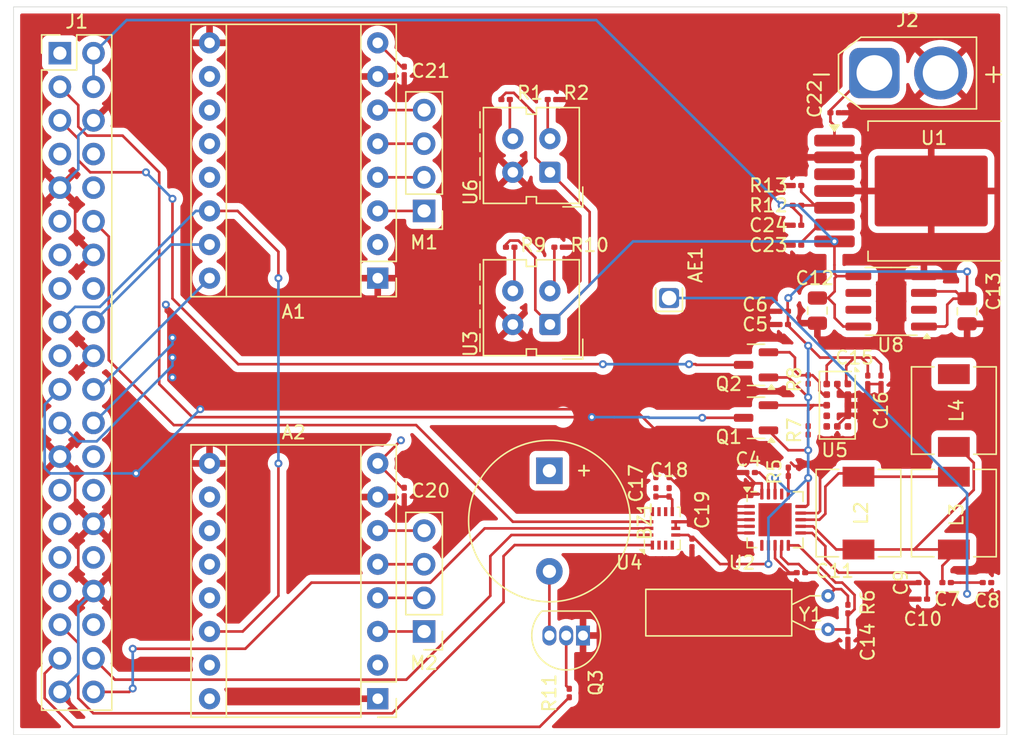
<source format=kicad_pcb>
(kicad_pcb (version 20241229) (generator "pcbnew") (generator_version "9.0")
  (layers (0 "F.Cu" signal) (4 "In1.Cu" signal) (6 "In2.Cu" signal) (2 "B.Cu" signal) (13 "F.Paste" user) (15 "B.Paste" user) (5 "F.SilkS" user "F.Silkscreen") (7 "B.SilkS" user "B.Silkscreen") (1 "F.Mask" user) (3 "B.Mask" user) (25 "Edge.Cuts" user))
  (net 0 "")
  (net 1 "Net-(A1-B1)")
  (net 2 "Net-(A1-A1)")
  (net 3 "Net-(A1-A2)")
  (net 6 "DIR2")
  (net 7 "GND")
  (net 8 "STEP2")
  (net 10 "Net-(A1-B2)")
  (net 11 "VDD 12V")
  (net 14 "Net-(BZ1--)")
  (net 15 "STEP1")
  (net 16 "Net-(A2-B2)")
  (net 19 "Net-(A2-A1)")
  (net 23 "DIR1")
  (net 24 "Net-(A2-A2)")
  (net 25 "Net-(A2-B1)")
  (net 26 "Net-(AE1-A)")
  (net 27 "Net-(U1-SS{slash}TRK)")
  (net 28 "Net-(U2-DVDD)")
  (net 29 "VDD 3.3V")
  (net 30 "Net-(C7-Pad1)")
  (net 31 "Net-(U2-VDD_PA)")
  (net 32 "Net-(U2-XC2)")
  (net 33 "Net-(U2-XC1)")
  (net 35 "Net-(J1-GPIO20{slash}SPI1_MOSI{slash}PCM_DIN{slash}PWM1)")
  (net 36 "Net-(J1-GPIO19{slash}SPI1_MISO{slash}PCM_FS)")
  (net 38 "MOSI")
  (net 39 "Net-(J1-SDA_I2C1{slash}GPIO02)")
  (net 40 "Net-(J1-GPIO18{slash}SPI1_~{CE0}{slash}PCM_CLK{slash}PWM0)")
  (net 41 "Net-(J1-GPIO21{slash}SPI1_SCLK{slash}PCM_DOUT)")
  (net 43 "Net-(J1-SCL_I2C1{slash}GPIO03)")
  (net 44 "BZ")
  (net 46 "MISO")
  (net 47 "Net-(Q3-B)")
  (net 49 "Net-(U1-FB)")
  (net 51 "SCK")
  (net 57 "VDD 5V")
  (net 58 "CNY1")
  (net 59 "CNY2")
  (net 60 "Net-(U2-ANT2)")
  (net 61 "Net-(U2-ANT1)")
  (net 62 "Net-(U6-K)")
  (net 63 "Net-(Q1-S)")
  (net 64 "Net-(Q2-S)")
  (net 65 "Net-(U2-IREF)")
  (net 66 "Net-(U3-K)")
  (net 67 "CSN")
  (net 69 "CE")
  (footprint "Inductor_SMD:L_6.3x6.3_H3" (layer "F.Cu") (at 128.7985 88.25 90)
    (property "Reference" "L2")
    (property "Value" "8.2nH")
  )
  (footprint "Capacitor_SMD:C_0201_0603Metric" (layer "F.Cu") (at 123.155 73 180)
    (property "Reference" "C6")
    (property "Value" "10nF")
  )
  (footprint "Capacitor_SMD:C_0201_0603Metric" (layer "F.Cu") (at 124.155 66.5 180)
    (property "Reference" "C24")
    (property "Value" "220uF" (hide yes))
  )
  (footprint "Package_TO_SOT_THT:TO-92_Inline" (layer "F.Cu") (at 108 97.5 180)
    (property "Reference" "Q3")
    (property "Value" "PN2222A")
  )
  (footprint "Sensor_Distance:ST_VL53L1x" (layer "F.Cu") (at 127.2 80.1 -90)
    (property "Reference" "U5")
    (property "Value" "VL53L1CXV0FY1")
  )
  (footprint "Package_LGA:Bosch_LGA-14_3x2.5mm_P0.5mm" (layer "F.Cu") (at 113.9875 89.405 90)
    (property "Reference" "U4")
    (property "Value" "IIM-42652")
  )
  (footprint "Capacitor_SMD:C_0201_0603Metric" (layer "F.Cu") (at 130.5 78.18 -90)
    (property "Reference" "C16")
    (property "Value" "4.7uF")
  )
  (footprint "Capacitor_SMD:C_0201_0603Metric" (layer "F.Cu") (at 123.1565 74 180)
    (property "Reference" "C5")
    (property "Value" "1nF")
  )
  (footprint "Resistor_SMD:R_0201_0603Metric" (layer "F.Cu") (at 124.155 63.5)
    (property "Reference" "R13")
    (property "Value" "1.07k" (hide yes))
  )
  (footprint "OptoDevice:Vishay_CNY70" (layer "F.Cu") (at 105.5 74 180)
    (property "Reference" "U3")
    (property "Value" "CNY70")
  )
  (footprint "Package_TO_SOT_SMD:SOT-23" (layer "F.Cu") (at 121.0625 77.05 180)
    (property "Reference" "Q2")
    (property "Value" "BSS123")
  )
  (footprint "Resistor_SMD:R_0201_0603Metric" (layer "F.Cu") (at 125 78.155 90)
    (property "Reference" "R8")
    (property "Value" "10k")
  )
  (footprint "Capacitor_SMD:C_0201_0603Metric" (layer "F.Cu") (at 133.655 94.75 180)
    (property "Reference" "C10")
    (property "Value" "4.7pF")
  )
  (footprint "Capacitor_SMD:C_0201_0603Metric" (layer "F.Cu") (at 120.655 85.1875 180)
    (property "Reference" "C4")
    (property "Value" "33nF")
  )
  (footprint "Capacitor_SMD:C_0805_2012Metric" (layer "F.Cu") (at 125.695 72.95 90)
    (property "Reference" "C12")
    (property "Value" "2.2u")
  )
  (footprint "Module:Pololu_Breakout-16_15.2x20.3mm" (layer "F.Cu") (at 92.5 102.275 180)
    (property "Reference" "A2")
    (property "Value" "Pololu_Breakout_DRV8825")
  )
  (footprint "OptoDevice:Vishay_CNY70" (layer "F.Cu") (at 105.5 62.5 180)
    (property "Reference" "U6")
    (property "Value" "CNY70")
  )
  (footprint "Connector_AMASS:AMASS_XT30U-F_1x02_P5.0mm_Vertical" (layer "F.Cu") (at 130 55)
    (property "Reference" "J2")
    (property "Value" "Conn_01x02_Pin")
  )
  (footprint "Capacitor_SMD:C_0201_0603Metric" (layer "F.Cu") (at 124.155 68 180)
    (property "Reference" "C23")
    (property "Value" "470nF" (hide yes))
  )
  (footprint "Capacitor_SMD:C_0201_0603Metric" (layer "F.Cu") (at 116.225 90.5 -90)
    (property "Reference" "C19")
    (property "Value" "10nF")
  )
  (footprint "Package_TO_SOT_SMD:Texas_NDW-7_TabPin4" (layer "F.Cu") (at 134.645 63.9125)
    (property "Reference" "U1")
    (property "Value" "LMZ22005TZ" (hide yes))
  )
  (footprint "Capacitor_SMD:C_0201_0603Metric" (layer "F.Cu") (at 127 58)
    (property "Reference" "C22")
    (property "Value" "22uF" (hide yes))
  )
  (footprint "Resistor_SMD:R_0201_0603Metric" (layer "F.Cu") (at 106.96 101.845 90)
    (property "Reference" "R11")
    (property "Value" "200")
  )
  (footprint "Capacitor_SMD:C_0805_2012Metric" (layer "F.Cu") (at 137 73 90)
    (property "Reference" "C13")
    (property "Value" "2.2u")
  )
  (footprint "Resistor_SMD:R_0201_0603Metric" (layer "F.Cu") (at 102.5 68.159999)
    (property "Reference" "R9")
    (property "Value" "10k")
  )
  (footprint "Resistor_SMD:R_0201_0603Metric" (layer "F.Cu") (at 125 82 90)
    (property "Reference" "R7")
    (property "Value" "10k")
  )
  (footprint "Resistor_SMD:R_0201_0603Metric" (layer "F.Cu") (at 123.5 85.1305 90)
    (property "Reference" "R5")
    (property "Value" "22k")
  )
  (footprint "Capacitor_SMD:C_0201_0603Metric" (layer "F.Cu") (at 133.655 93.5 180)
    (property "Reference" "C9")
    (property "Value" "2.2nF")
  )
  (footprint "Module:Pololu_Breakout-16_15.2x20.3mm" (layer "F.Cu") (at 92.5 70.5 180)
    (property "Reference" "A1")
    (property "Value" "Pololu_Breakout_DRV8825")
  )
  (footprint "Package_SO:SOIC-8-1EP_3.9x4.9mm_P1.27mm_EP2.29x3mm" (layer "F.Cu") (at 131.265 72.25 180)
    (property "Reference" "U8")
    (property "Value" "ADP7142ARDZ-3.3")
  )
  (footprint "Capacitor_SMD:C_0201_0603Metric" (layer "F.Cu") (at 129.5 78.18 -90)
    (property "Reference" "C15")
    (property "Value" "100nF")
  )
  (footprint "Connector_PinHeader_2.54mm:PinHeader_1x04_P2.54mm_Vertical" (layer "F.Cu") (at 96 65.42 180)
    (property "Reference" "M1")
    (property "Value" "Stepper_Motor_bipolar")
  )
  (footprint "Capacitor_SMD:C_0201_0603Metric" (layer "F.Cu") (at 135.4535 93.5)
    (property "Reference" "C7")
    (property "Value" "1.5pF")
  )
  (footprint "Buzzer_Beeper:Buzzer_12x9.5RM7.6" (layer "F.Cu") (at 105.46 85.05 -90)
    (property "Reference" "BZ1")
    (property "Value" "Buzzer")
  )
  (footprint "Resistor_SMD:R_0201_0603Metric" (layer "F.Cu") (at 124.155 65 180)
    (property "Reference" "R12")
    (property "Value" "5.62k" (hide yes))
  )
  (footprint "Capacitor_SMD:C_0201_0603Metric" (layer "F.Cu") (at 113.5 86.68 -90)
    (property "Reference" "C17")
    (property "Value" "100nF")
  )
  (footprint "Capacitor_SMD:C_0201_0603Metric" (layer "F.Cu") (at 114.5 86.68 -90)
    (property "Reference" "C18")
    (property "Value" "2.2uF")
  )
  (footprint "Resistor_SMD:R_0201_0603Metric" (layer "F.Cu") (at 106.155 68.159999)
    (property "Reference" "R10")
    (property "Value" "200")
  )
  (footprint "Resistor_SMD:R_0201_0603Metric" (layer "F.Cu") (at 102.155 57)
    (property "Reference" "R1")
    (property "Value" "10k")
  )
  (footprint "Resistor_SMD:R_0201_0603Metric" (layer "F.Cu") (at 128 95.5 -90)
    (property "Reference" "R6")
    (property "Value" "1M")
  )
  (footprint "Package_TO_SOT_SMD:SOT-23" (layer "F.Cu") (at 121.0625 81.05 180)
    (property "Reference" "Q1")
    (property "Value" "BSS123")
  )
  (footprint "Capacitor_SMD:C_0201_0603Metric" (layer "F.Cu") (at 94.5 54.84 -90)
    (property "Reference" "C21")
    (property "Value" "100uF")
  )
  (footprint "Resistor_SMD:R_0201_0603Metric" (layer "F.Cu") (at 105.655 57)
    (property "Reference" "R2")
    (property "Value" "200")
  )
  (footprint "Package_DFN_QFN:QFN-20-1EP_4x4mm_P0.5mm_EP2.5x2.5mm" (layer "F.Cu") (at 122.5 88.75)
    (property "Reference" "U2")
    (property "Value" "nRF24L01P" (hide yes))
  )
  (footprint "Inductor_SMD:L_6.3x6.3_H3" (layer "F.Cu") (at 136 88.25 -90)
    (property "Reference" "L3")
    (property "Value" "3.9nH")
  )
  (footprint "Capacitor_SMD:C_0201_0603Metric" (layer "F.Cu") (at 128 97.5 -90)
    (property "Reference" "C14")
    (property "Value" "22pF")
  )
  (footprint "RF_Antenna:NiceRF_SW868-TH13_868Mhz" (layer "F.Cu") (at 114.5 72 90)
    (property "Reference" "AE1")
    (property "Value" "Antenna")
  )
  (footprint "Capacitor_SMD:C_0201_0603Metric" (layer "F.Cu") (at 94.5 86.655 -90)
    (property "Reference" "C20")
    (property "Value" "100uF")
  )
  (footprint "Capacitor_SMD:C_0201_0603Metric" (layer "F.Cu") (at 124.4535 92.75 180)
    (property "Reference" "C11")
    (property "Value" "22pF")
  )
  (footprint "Inductor_SMD:L_6.3x6.3_H3" (layer "F.Cu") (at 136 80.5 90)
    (property "Reference" "L4")
    (property "Value" "2.7nH")
  )
  (footprint "Capacitor_SMD:C_0201_0603Metric" (layer "F.Cu") (at 138.5 93.5)
    (property "Reference" "C8")
    (property "Value" "1pF")
  )
  (footprint "Crystal:Crystal_AT310_D3.0mm_L10.0mm_Horizontal" (layer "F.Cu") (at 126.5 94.5 -90)
    (property "Reference" "Y1")
    (property "Value" "16MHz")
  )
  (footprint "Connector_PinHeader_2.54mm:PinHeader_1x04_P2.54mm_Vertical" (layer "F.Cu") (at 96 97.195 180)
    (property "Reference" "M2")
    (property "Value" "Stepper_Motor_bipolar")
  )
  (footprint "Connector_PinHeader_2.54mm:PinHeader_2x20_P2.54mm_Vertical" (layer "F.Cu") (at 68.5 53.5)
    (property "Reference" "J1")
    (property "Value" "Raspberry_Pi_4")
  )
  (gr_rect (start 65 50) (end 140 105) (stroke (width 0.05)) (fill no) (layer "Edge.Cuts"))
  (segment (start 96 60.34) (end 92.5 60.34) (width 0.2) (layer "F.Cu") (net 1))
  (segment (start 96 62.88) (end 92.5 62.88) (width 0.2) (layer "F.Cu") (net 2))
  (segment (start 96 65.42) (end 92.5 65.42) (width 0.2) (layer "F.Cu") (net 3))
  (segment (start 71.4 78.9) (end 71.04 78.9) (width 0.2) (layer "B.Cu") (net 6))
  (segment (start 79.8 70.5) (end 76.9 73.4) (width 0.2) (layer "B.Cu") (net 6))
  (segment (start 76.9 73.4) (end 71.4 78.9) (width 0.2) (layer "B.Cu") (net 6))
  (segment (start 121.5 86.8125) (end 121.5 86) (width 0.2) (layer "F.Cu") (net 7))
  (segment (start 69.889 92.989) (end 69.889 90.211) (width 0.2) (layer "F.Cu") (net 7))
  (segment (start 123.5824 92.75) (end 124.1335 92.75) (width 0.2) (layer "F.Cu") (net 7))
  (segment (start 129.5 78.5) (end 129.5 79) (width 0.2) (layer "F.Cu") (net 7))
  (segment (start 122.5 91.6676) (end 123.5824 92.75) (width 0.2) (layer "F.Cu") (net 7))
  (segment (start 71.04 89.06) (end 69.651 87.671) (width 0.2) (layer "F.Cu") (net 7))
  (segment (start 127.2 81.644082) (end 127.944082 80.9) (width 0.2) (layer "F.Cu") (net 7))
  (segment (start 128.9 80.1) (end 128 80.1) (width 0.2) (layer "F.Cu") (net 7))
  (segment (start 127.944082 80.9) (end 128 80.9) (width 0.2) (layer "F.Cu") (net 7))
  (segment (start 69.651 64.811) (end 68.5 63.66) (width 0.2) (layer "F.Cu") (net 7))
  (segment (start 129.5 79.5) (end 128.9 80.1) (width 0.2) (layer "F.Cu") (net 7))
  (segment (start 127.750001 79.3) (end 127.2 78.749999) (width 0.2) (layer "F.Cu") (net 7))
  (segment (start 69.651 67.351) (end 69.651 64.811) (width 0.2) (layer "F.Cu") (net 7))
  (segment (start 69.651 85.131) (end 68.5 83.98) (width 0.2) (layer "F.Cu") (net 7))
  (segment (start 125.748 88.25) (end 125.8975 88.1005) (width 0.2) (layer "F.Cu") (net 7))
  (segment (start 125.8975 88.1005) (end 125.8975 85.498) (width 0.2) (layer "F.Cu") (net 7))
  (segment (start 127.2 81.7) (end 127.2 81.644082) (width 0.2) (layer "F.Cu") (net 7))
  (segment (start 121.5 86) (end 120.98763 86) (width 0.2) (layer "F.Cu") (net 7))
  (segment (start 127.2 78.749999) (end 127.2 78.5) (width 0.2) (layer "F.Cu") (net 7))
  (segment (start 125.101 84.7015) (end 123.965999 84.7015) (width 0.2) (layer "F.Cu") (net 7))
  (segment (start 128 79.3) (end 129.2 79.3) (width 0.2) (layer "F.Cu") (net 7))
  (segment (start 123.965999 84.7015) (end 123.699999 84.4355) (width 0.2) (layer "F.Cu") (net 7))
  (segment (start 122.5 90.6875) (end 122.5 91.6676) (width 0.2) (layer "F.Cu") (net 7))
  (segment (start 120.98763 86) (end 120.335 85.34737) (width 0.2) (layer "F.Cu") (net 7))
  (segment (start 120.335 85.34737) (end 120.335 85.1875) (width 0.2) (layer "F.Cu") (net 7))
  (segment (start 129.2 79.3) (end 129.5 79) (width 0.2) (layer "F.Cu") (net 7))
  (segment (start 128 79.3) (end 127.750001 79.3) (width 0.2) (layer "F.Cu") (net 7))
  (segment (start 125.8975 85.498) (end 125.101 84.7015) (width 0.2) (layer "F.Cu") (net 7))
  (segment (start 129.5 78.5) (end 130.5 78.5) (width 0.2) (layer "F.Cu") (net 7))
  (segment (start 124.2985 88.25) (end 125.748 88.25) (width 0.2) (layer "F.Cu") (net 7))
  (segment (start 115 88.905) (end 115 89.405) (width 0.2) (layer "F.Cu") (net 7))
  (segment (start 71.04 68.74) (end 69.651 67.351) (width 0.2) (layer "F.Cu") (net 7))
  (segment (start 69.651 87.671) (end 69.651 85.131) (width 0.2) (layer "F.Cu") (net 7))
  (segment (start 69.889 90.211) (end 71.04 89.06) (width 0.2) (layer "F.Cu") (net 7))
  (segment (start 71.04 94.14) (end 69.889 92.989) (width 0.2) (layer "F.Cu") (net 7))
  (segment (start 129.5 79) (end 129.5 79.5) (width 0.2) (layer "F.Cu") (net 7))
  (segment (start 71.04 58.58) (end 69.889 59.731) (width 0.2) (layer "B.Cu") (net 7))
  (segment (start 69.889 62.271) (end 68.5 63.66) (width 0.2) (layer "B.Cu") (net 7))
  (segment (start 69.889 59.731) (end 69.889 62.271) (width 0.2) (layer "B.Cu") (net 7))
  (segment (start 68.5 101.76) (end 69.889 100.371) (width 0.2) (layer "B.Cu") (net 7))
  (segment (start 69.889 95.291) (end 71.04 94.14) (width 0.2) (layer "B.Cu") (net 7))
  (segment (start 69.889 100.371) (end 69.889 95.291) (width 0.2) (layer "B.Cu") (net 7))
  (segment (start 79.8 67.96) (end 76.9 67.96) (width 0.2) (layer "B.Cu") (net 8))
  (segment (start 76.9 67.96) (end 71.04 73.82) (width 0.2) (layer "B.Cu") (net 8))
  (segment (start 96 57.8) (end 92.5 57.8) (width 0.2) (layer "F.Cu") (net 10))
  (segment (start 126.68 58) (end 126.68 58.68) (width 0.2) (layer "F.Cu") (net 11))
  (segment (start 126.68 58.68) (end 126.985 58.985) (width 0.2) (layer "F.Cu") (net 11))
  (segment (start 129.480001 55) (end 130 55) (width 0.2) (layer "F.Cu") (net 11))
  (segment (start 126.68 57.800001) (end 129.480001 55) (width 0.2) (layer "F.Cu") (net 11))
  (segment (start 94.34 86.335) (end 92.5 84.495) (width 0.2) (layer "F.Cu") (net 11))
  (segment (start 126.985 58.985) (end 126.985 60.1025) (width 0.2) (layer "F.Cu") (net 11))
  (segment (start 92.5 52.72) (end 94.3 54.52) (width 0.2) (layer "F.Cu") (net 11))
  (segment (start 126.68 58) (end 126.68 57.800001) (width 0.2) (layer "F.Cu") (net 11))
  (segment (start 94.5 86.335) (end 94.34 86.335) (width 0.2) (layer "F.Cu") (net 11))
  (segment (start 94.3 54.52) (end 94.5 54.52) (width 0.2) (layer "F.Cu") (net 11))
  (segment (start 94.25 82.75) (end 92.505 84.495) (width 0.2) (layer "F.Cu") (net 11))
  (segment (start 92.505 84.495) (end 92.5 84.495) (width 0.2) (layer "F.Cu") (net 11))
  (via (at 94.25 82.75) (size 0.6) (drill 0.3) (layers "F.Cu" "B.Cu") (net 11))
  (segment (start 105.46 92.6) (end 105.46 97.5) (width 0.2) (layer "F.Cu") (net 14))
  (segment (start 92.5 89.575) (end 96 89.575) (width 0.2) (layer "F.Cu") (net 16))
  (segment (start 92.5 94.655) (end 96 94.655) (width 0.2) (layer "F.Cu") (net 19))
  (segment (start 92.5 97.195) (end 96 97.195) (width 0.2) (layer "F.Cu") (net 24))
  (segment (start 92.5 92.115) (end 96 92.115) (width 0.2) (layer "F.Cu") (net 25))
  (segment (start 137 94.3505) (end 137 93.5) (width 0.2) (layer "F.Cu") (net 26))
  (segment (start 138.18 93.5) (end 137 93.5) (width 0.2) (layer "F.Cu") (net 26))
  (segment (start 135.7735 93.5) (end 136.5 93.5) (width 0.2) (layer "F.Cu") (net 26))
  (segment (start 137 93.5) (end 136.5 93.5) (width 0.2) (layer "F.Cu") (net 26))
  (via (at 137 94.3505) (size 0.6) (drill 0.3) (layers "F.Cu" "B.Cu") (net 26))
  (segment (start 122.248443 72) (end 114.5 72) (width 0.2) (layer "B.Cu") (net 26))
  (segment (start 137 94.3505) (end 137 86.751557) (width 0.2) (layer "B.Cu") (net 26))
  (segment (start 137 86.751557) (end 122.248443 72) (width 0.2) (layer "B.Cu") (net 26))
  (segment (start 125.822501 66.4525) (end 126.985 66.4525) (width 0.2) (layer "F.Cu") (net 27))
  (segment (start 124.475 68) (end 124.475 67.800001) (width 0.2) (layer "F.Cu") (net 27))
  (segment (start 126.9375 66.5) (end 126.985 66.4525) (width 0.2) (layer "F.Cu") (net 27))
  (segment (start 124.475 67.800001) (end 125.822501 66.4525) (width 0.2) (layer "F.Cu") (net 27))
  (segment (start 122 86.8125) (end 122 85.8675) (width 0.2) (layer "F.Cu") (net 28))
  (segment (start 121.32 85.1875) (end 120.975 85.1875) (width 0.2) (layer "F.Cu") (net 28))
  (segment (start 122 85.8675) (end 121.32 85.1875) (width 0.2) (layer "F.Cu") (net 28))
  (segment (start 114.7375 87.2375) (end 114.5 87) (width 0.2) (layer "F.Cu") (net 29))
  (segment (start 130.5 77) (end 130.5 77.86) (width 0.2) (layer "F.Cu") (net 29))
  (segment (start 125 79.5) (end 125 78.475) (width 0.2) (layer "F.Cu") (net 29))
  (segment (start 135.95 72.05) (end 135.5 72.5) (width 0.2) (layer "F.Cu") (net 29))
  (segment (start 123.4765 73.025) (end 123.4515 73) (width 0.2) (layer "F.Cu") (net 29))
  (segment (start 133.855 71.5) (end 133.74 71.615) (width 0.2) (layer "F.Cu") (net 29))
  (segment (start 123.4765 74) (end 123.4765 74.078) (width 0.2) (layer "F.Cu") (net 29))
  (segment (start 122.5 85.6005) (end 122.5 86.8125) (width 0.2) (layer "F.Cu") (net 29))
  (segment (start 126.4 77.1) (end 127 76.5) (width 0.2) (layer "F.Cu") (net 29))
  (segment (start 128.5 76.5) (end 129 76.5) (width 0.2) (layer "F.Cu") (net 29))
  (segment (start 130 76.5) (end 130.5 77) (width 0.2) (layer "F.Cu") (net 29))
  (segment (start 137 72.05) (end 137 70) (width 0.2) (layer "F.Cu") (net 29))
  (segment (start 79.8 65.42) (end 81.92 65.42) (width 0.2) (layer "F.Cu") (net 29))
  (segment (start 125 83.5) (end 123.5 83.5) (width 0.2) (layer "F.Cu") (net 29))
  (segment (start 125 79.5) (end 123.5 78) (width 0.2) (layer "F.Cu") (net 29))
  (segment (start 133.74 74.155) (end 133.895 74) (width 0.2) (layer "F.Cu") (net 29))
  (segment (start 85 84.5) (end 85 94.5) (width 0.2) (layer "F.Cu") (net 29))
  (segment (start 123.4515 73) (end 123.4515 72.0485) (width 0.2) (layer "F.Cu") (net 29))
  (segment (start 125 87.6005) (end 125 85.6005) (width 0.2) (layer "F.Cu") (net 29))
  (segment (start 122 92.1005) (end 118.345499 92.1005) (width 0.2) (layer "F.Cu") (net 29))
  (segment (start 129 76.5) (end 130 76.5) (width 0.2) (layer "F.Cu") (net 29))
  (segment (start 136.695 72.05) (end 135.95 72.05) (width 0.2) (layer "F.Cu") (net 29))
  (segment (start 124.2985 87.75) (end 124.8505 87.75) (width 0.2) (layer "F.Cu") (net 29))
  (segment (start 115 89.905) (end 115.95 89.905) (width 0.2) (layer "F.Cu") (net 29))
  (segment (start 135.5 74) (end 135.345 74.155) (width 0.2) (layer "F.Cu") (net 29))
  (segment (start 135.345 74.155) (end 133.74 74.155) (width 0.2) (layer "F.Cu") (net 29))
  (segment (start 123.4515 72.0485) (end 123.5 72) (width 0.2) (layer "F.Cu") (net 29))
  (segment (start 127.875 77.125) (end 128.5 76.5) (width 0.2) (layer "F.Cu") (net 29))
  (segment (start 129.5 77) (end 129 76.5) (width 0.2) (layer "F.Cu") (net 29))
  (segment (start 129.5 77.86) (end 129.5 77) (width 0.2) (layer "F.Cu") (net 29))
  (segment (start 115.95 89.905) (end 116.225 90.18) (width 0.2) (layer "F.Cu") (net 29))
  (segment (start 114.5 87) (end 113.5 87) (width 0.2) (layer "F.Cu") (net 29))
  (segment (start 118.345499 92.1005) (end 116.424999 90.18) (width 0.2) (layer "F.Cu") (net 29))
  (segment (start 114.7375 88.1425) (end 114.7375 87.2375) (width 0.2) (layer "F.Cu") (net 29))
  (segment (start 127 76.5) (end 128.5 76.5) (width 0.2) (layer "F.Cu") (net 29))
  (segment (start 82.305 97.195) (end 79.8 97.195) (width 0.2) (layer "F.Cu") (net 29))
  (segment (start 81.92 65.42) (end 85 68.5) (width 0.2) (layer "F.Cu") (net 29))
  (segment (start 123.4765 74) (end 123.4765 73.025) (width 0.2) (layer "F.Cu") (net 29))
  (segment (start 124.8505 87.75) (end 125 87.6005) (width 0.2) (layer "F.Cu") (net 29))
  (segment (start 127 76.5) (end 125.8985 76.5) (width 0.2) (layer "F.Cu") (net 29))
  (segment (start 135.5 72.5) (end 135.5 74) (width 0.2) (layer "F.Cu") (net 29))
  (segment (start 116.424999 90.18) (end 116.225 90.18) (width 0.2) (layer "F.Cu") (net 29))
  (segment (start 126.4 78.5) (end 126.4 77.1) (width 0.2) (layer "F.Cu") (net 29))
  (segment (start 85 68.5) (end 85 70.5) (width 0.2) (layer "F.Cu") (net 29))
  (segment (start 127.875 78.36) (end 127.875 77.125) (width 0.2) (layer "F.Cu") (net 29))
  (segment (start 85 94.5) (end 82.305 97.195) (width 0.2) (layer "F.Cu") (net 29))
  (segment (start 123.5 83.5) (end 122 82) (width 0.2) (layer "F.Cu") (net 29))
  (segment (start 136.145 71.5) (end 133.855 71.5) (width 0.2) (layer "F.Cu") (net 29))
  (segment (start 125.8985 76.5) (end 125 75.6015) (width 0.2) (layer "F.Cu") (net 29))
  (segment (start 123.4765 74.078) (end 125 75.6015) (width 0.2) (layer "F.Cu") (net 29))
  (segment (start 123.5 78) (end 122 78) (width 0.2) (layer "F.Cu") (net 29))
  (segment (start 136.695 72.05) (end 136.145 71.5) (width 0.2) (layer "F.Cu") (net 29))
  (segment (start 122 90.6875) (end 122 92.1005) (width 0.2) (layer "F.Cu") (net 29))
  (segment (start 125 83.5) (end 125 82.32) (width 0.2) (layer "F.Cu") (net 29))
  (via (at 85 70.5) (size 0.6) (drill 0.3) (layers "F.Cu" "B.Cu") (net 29))
  (via (at 85 84.5) (size 0.6) (drill 0.3) (layers "F.Cu" "B.Cu") (net 29))
  (via (at 123.5 72) (size 0.6) (drill 0.3) (layers "F.Cu" "B.Cu") (net 29))
  (via (at 122 92.1005) (size 0.6) (drill 0.3) (layers "F.Cu" "B.Cu") (net 29))
  (via (at 125 83.5) (size 0.6) (drill 0.3) (layers "F.Cu" "B.Cu") (net 29))
  (via (at 125 85.6005) (size 0.6) (drill 0.3) (layers "F.Cu" "B.Cu") (net 29))
  (via (at 122.5 85.6005) (size 0.6) (drill 0.3) (layers "F.Cu" "B.Cu") (net 29))
  (via (at 125 79.5) (size 0.6) (drill 0.3) (layers "F.Cu" "B.Cu") (net 29))
  (via (at 125 75.6015) (size 0.6) (drill 0.3) (layers "F.Cu" "B.Cu") (net 29))
  (via (at 137 70) (size 0.6) (drill 0.3) (layers "F.Cu" "B.Cu") (net 29))
  (segment (start 123.5 72) (end 125.5 70) (width 0.2) (layer "B.Cu") (net 29))
  (segment (start 85 79) (end 85 70.5) (width 0.2) (layer "B.Cu") (net 29))
  (segment (start 85 79) (end 85 84.5) (width 0.2) (layer "B.Cu") (net 29))
  (segment (start 122.5 85.6005) (end 123.5 86.6005) (width 0.2) (layer "B.Cu") (net 29))
  (segment (start 125.5 70) (end 137 70) (width 0.2) (layer "B.Cu") (net 29))
  (segment (start 124 86.6005) (end 125 85.6005) (width 0.2) (layer "B.Cu") (net 29))
  (segment (start 78.76576 65.42) (end 79.8 65.42) (width 0.2) (layer "B.Cu") (net 29))
  (segment (start 122 88.6005) (end 124 86.6005) (width 0.2) (layer "B.Cu") (net 29))
  (segment (start 122 92.1005) (end 122 88.6005) (width 0.2) (layer "B.Cu") (net 29))
  (segment (start 69.651 72.669) (end 71.51676 72.669) (width 0.2) (layer "B.Cu") (net 29))
  (segment (start 125 75.6015) (end 125 85.6005) (width 0.2) (layer "B.Cu") (net 29))
  (segment (start 71.51676 72.669) (end 78.76576 65.42) (width 0.2) (layer "B.Cu") (net 29))
  (segment (start 68.5 73.82) (end 69.651 72.669) (width 0.2) (layer "B.Cu") (net 29))
  (segment (start 123.5 86.6005) (end 124 86.6005) (width 0.2) (layer "B.Cu") (net 29))
  (segment (start 135.1335 92.2321) (end 136.1995 91.1661) (width 0.2) (layer "F.Cu") (net 30))
  (segment (start 136.1995 91.1661) (end 136.1995 91) (width 0.2) (layer "F.Cu") (net 30))
  (segment (start 135.1335 93.5) (end 135.1335 92.2321) (width 0.2) (layer "F.Cu") (net 30))
  (segment (start 127.2985 92.75) (end 126.2985 91.75) (width 0.2) (layer "F.Cu") (net 31))
  (segment (start 125.2985 89.75) (end 124.2985 89.75) (width 0.2) (layer "F.Cu") (net 31))
  (segment (start 126.2985 91.75) (end 126.2985 90.75) (width 0.2) (layer "F.Cu") (net 31))
  (segment (start 133.975 94.75) (end 133.975 93.5) (width 0.2) (layer "F.Cu") (net 31))
  (segment (start 133.424999 92.75) (end 127.2985 92.75) (width 0.2) (layer "F.Cu") (net 31))
  (segment (start 133.975 93.5) (end 133.975 93.300001) (width 0.2) (layer "F.Cu") (net 31))
  (segment (start 126.2985 90.75) (end 125.2985 89.75) (width 0.2) (layer "F.Cu") (net 31))
  (segment (start 133.975 93.300001) (end 133.424999 92.75) (width 0.2) (layer "F.Cu") (net 31))
  (segment (start 124.7735 92.75) (end 124.7735 92.59013) (width 0.2) (layer "F.Cu") (net 32))
  (segment (start 126.999999 94.000001) (end 126.5 94.5) (width 0.2) (layer "F.Cu") (net 32))
  (segment (start 126.999999 94.000001) (end 125.749998 92.75) (width 0.2) (layer "F.Cu") (net 32))
  (segment (start 125.749998 92.75) (end 124.7735 92.75) (width 0.2) (layer "F.Cu") (net 32))
  (segment (start 127.5 94) (end 126.999999 94.000001) (width 0.2) (layer "F.Cu") (net 32))
  (segment (start 124.7735 92.59013) (end 124.28387 92.1005) (width 0.2) (layer "F.Cu") (net 32))
  (segment (start 128 94.5) (end 127.5 94) (width 0.2) (layer "F.Cu") (net 32))
  (segment (start 123.5 92.1005) (end 122.96 91.5605) (width 0.2) (layer "F.Cu") (net 32))
  (segment (start 124.28387 92.1005) (end 123.5 92.1005) (width 0.2) (layer "F.Cu") (net 32))
  (segment (start 122.96 91.5605) (end 122.96 90.6875) (width 0.2) (layer "F.Cu") (net 32))
  (segment (start 128 95.18) (end 128 94.5) (width 0.2) (layer "F.Cu") (net 32))
  (segment (start 127.5671 93.5) (end 128.501 94.4339) (width 0.2) (layer "F.Cu") (net 33))
  (segment (start 128.199999 95.82) (end 128 95.82) (width 0.2) (layer "F.Cu") (net 33))
  (segment (start 128 97.18) (end 128 95.82) (width 0.2) (layer "F.Cu") (net 33))
  (segment (start 128.501 94.4339) (end 128.501 95.518999) (width 0.2) (layer "F.Cu") (net 33))
  (segment (start 124.254598 90.6875) (end 127.067098 93.5) (width 0.2) (layer "F.Cu") (net 33))
  (segment (start 127.067098 93.5) (end 127.5671 93.5) (width 0.2) (layer "F.Cu") (net 33))
  (segment (start 127.86 97.04) (end 128 97.18) (width 0.2) (layer "F.Cu") (net 33))
  (segment (start 126.5 97.04) (end 127.86 97.04) (width 0.2) (layer "F.Cu") (net 33))
  (segment (start 128.501 95.518999) (end 128.199999 95.82) (width 0.2) (layer "F.Cu") (net 33))
  (segment (start 123.5 90.6875) (end 124.254598 90.6875) (width 0.2) (layer "F.Cu") (net 33))
  (segment (start 112.975 89.905) (end 102.595 89.905) (width 0.2) (layer "F.Cu") (net 35))
  (segment (start 94.661 100.836) (end 72.656 100.836) (width 0.2) (layer "F.Cu") (net 35))
  (segment (start 102.595 89.905) (end 101 91.5) (width 0.2) (layer "F.Cu") (net 35))
  (segment (start 101 94.497) (end 94.661 100.836) (width 0.2) (layer "F.Cu") (net 35))
  (segment (start 72.656 100.836) (end 71.04 99.22) (width 0.2) (layer "F.Cu") (net 35))
  (segment (start 101 91.5) (end 101 94.497) (width 0.2) (layer "F.Cu") (net 35))
  (segment (start 113.2375 90.6675) (end 102.8325 90.6675) (width 0.2) (layer "F.Cu") (net 36))
  (segment (start 102 91.5) (end 102 94.977) (width 0.2) (layer "F.Cu") (net 36))
  (segment (start 69.889 98.069) (end 68.5 96.68) (width 0.2) (layer "F.Cu") (net 36))
  (segment (start 69.889 102.23676) (end 69.889 98.069) (width 0.2) (layer "F.Cu") (net 36))
  (segment (start 93.601 103.376) (end 71.02824 103.376) (width 0.2) (layer "F.Cu") (net 36))
  (segment (start 71.02824 103.376) (end 69.889 102.23676) (width 0.2) (layer "F.Cu") (net 36))
  (segment (start 102 94.977) (end 93.601 103.376) (width 0.2) (layer "F.Cu") (net 36))
  (segment (start 102.8325 90.6675) (end 102 91.5) (width 0.2) (layer "F.Cu") (net 36))
  (segment (start 80 79.998) (end 78.002 78) (width 0.2) (layer "F.Cu") (net 38))
  (segment (start 109.5651 79.998) (end 80 79.998) (width 0.2) (layer "F.Cu") (net 38))
  (segment (start 120.5625 89.25) (end 118.8171 89.25) (width 0.2) (layer "F.Cu") (net 38))
  (segment (start 118.8171 89.25) (end 109.5651 79.998) (width 0.2) (layer "F.Cu") (net 38))
  (segment (start 78.002 78) (end 77 78) (width 0.2) (layer "F.Cu") (net 38))
  (via (at 77 78) (size 0.6) (drill 0.3) (layers "F.Cu" "B.Cu") (net 38))
  (segment (start 76 62.5) (end 73.231 59.731) (width 0.2) (layer "F.Cu") (net 39))
  (segment (start 70.56324 59.731) (end 69.889 59.05676) (width 0.2) (layer "F.Cu") (net 39))
  (segment (start 73.231 59.731) (end 70.56324 59.731) (width 0.2) (layer "F.Cu") (net 39))
  (segment (start 76 78.5) (end 76 62.5) (width 0.2) (layer "F.Cu") (net 39))
  (segment (start 117 81.05) (end 120.125 81.05) (width 0.2) (layer "F.Cu") (net 39))
  (segment (start 78.5 81) (end 76 78.5) (width 0.2) (layer "F.Cu") (net 39))
  (segment (start 69.889 57.429) (end 68.5 56.04) (width 0.2) (layer "F.Cu") (net 39))
  (segment (start 108.661472 81) (end 78.5 81) (width 0.2) (layer "F.Cu") (net 39))
  (segment (start 108.662472 80.999) (end 108.661472 81) (width 0.2) (layer "F.Cu") (net 39))
  (segment (start 69.889 59.05676) (end 69.889 57.429) (width 0.2) (layer "F.Cu") (net 39))
  (via (at 117 81.05) (size 0.6) (drill 0.3) (layers "F.Cu" "B.Cu") (net 39))
  (via (at 108.662472 80.999) (size 0.6) (drill 0.3) (layers "F.Cu" "B.Cu") (net 39))
  (segment (start 110.35853 81) (end 112.95 81) (width 0.2) (layer "B.Cu") (net 39))
  (segment (start 108.662472 80.999) (end 110.35753 80.999) (width 0.2) (layer "B.Cu") (net 39))
  (segment (start 110.35753 80.999) (end 110.35853 81) (width 0.2) (layer "B.Cu") (net 39))
  (segment (start 112.95 81) (end 113 81.05) (width 0.2) (layer "B.Cu") (net 39))
  (segment (start 113 81.05) (end 117 81.05) (width 0.2) (layer "B.Cu") (net 39))
  (segment (start 102.703 88.905) (end 95.399 81.601) (width 0.2) (layer "F.Cu") (net 40))
  (segment (start 95.399 81.601) (end 77.101 81.601) (width 0.2) (layer "F.Cu") (net 40))
  (segment (start 112.975 88.905) (end 102.703 88.905) (width 0.2) (layer "F.Cu") (net 40))
  (segment (start 77.101 81.601) (end 72.191 76.691) (width 0.2) (layer "F.Cu") (net 40))
  (segment (start 72.191 76.691) (end 72.191 67.351) (width 0.2) (layer "F.Cu") (net 40))
  (segment (start 72.191 67.351) (end 71.04 66.2) (width 0.2) (layer "F.Cu") (net 40))
  (segment (start 73.74 101.76) (end 74 101.5) (width 0.2) (layer "F.Cu") (net 41))
  (segment (start 112.975 89.405) (end 100.57576 89.405) (width 0.2) (layer "F.Cu") (net 41))
  (segment (start 96.47676 93.504) (end 100.57576 89.405) (width 0.2) (layer "F.Cu") (net 41))
  (segment (start 74 98.5) (end 82.5 98.5) (width 0.2) (layer "F.Cu") (net 41))
  (segment (start 82.5 98.5) (end 87.496 93.504) (width 0.2) (layer "F.Cu") (net 41))
  (segment (start 71.04 101.76) (end 73.74 101.76) (width 0.2) (layer "F.Cu") (net 41))
  (segment (start 87.496 93.504) (end 96.47676 93.504) (width 0.2) (layer "F.Cu") (net 41))
  (via (at 74 98.5) (size 0.6) (drill 0.3) (layers "F.Cu" "B.Cu") (net 41))
  (via (at 74 101.5) (size 0.6) (drill 0.3) (layers "F.Cu" "B.Cu") (net 41))
  (segment (start 74 98.5) (end 74 101.5) (width 0.2) (layer "B.Cu") (net 41))
  (segment (start 116.5 77) (end 116.55 77.05) (width 0.2) (layer "F.Cu") (net 43))
  (segment (start 68.5 58.58) (end 69.889 59.969) (width 0.2) (layer "F.Cu") (net 43))
  (segment (start 81.9646 77) (end 77 72.0354) (width 0.2) (layer "F.Cu") (net 43))
  (segment (start 116.55 77.05) (end 120.125 77.05) (width 0.2) (layer "F.Cu") (net 43))
  (segment (start 70.79224 62.5) (end 75 62.5) (width 0.2) (layer "F.Cu") (net 43))
  (segment (start 69.889 61.59676) (end 70.79224 62.5) (width 0.2) (layer "F.Cu") (net 43))
  (segment (start 77 72.0354) (end 77 64.5) (width 0.2) (layer "F.Cu") (net 43))
  (segment (start 109.5 77) (end 81.9646 77) (width 0.2) (layer "F.Cu") (net 43))
  (segment (start 116 77) (end 116.5 77) (width 0.2) (layer "F.Cu") (net 43))
  (segment (start 69.889 59.969) (end 69.889 61.59676) (width 0.2) (layer "F.Cu") (net 43))
  (via (at 116 77) (size 0.6) (drill 0.3) (layers "F.Cu" "B.Cu") (net 43))
  (via (at 75 62.5) (size 0.6) (drill 0.3) (layers "F.Cu" "B.Cu") (net 43))
  (via (at 109.5 77) (size 0.6) (drill 0.3) (layers "F.Cu" "B.Cu") (net 43))
  (via (at 77 64.5) (size 0.6) (drill 0.3) (layers "F.Cu" "B.Cu") (net 43))
  (segment (start 75 62.5) (end 77 64.5) (width 0.2) (layer "B.Cu") (net 43))
  (segment (start 116 77) (end 109.5 77) (width 0.2) (layer "B.Cu") (net 43))
  (segment (start 69.51124 104.399) (end 104.726 104.399) (width 0.2) (layer "F.Cu") (net 44))
  (segment (start 67.349 100.371) (end 67.349 102.23676) (width 0.2) (layer "F.Cu") (net 44))
  (segment (start 106.96 102.165) (end 104.726 104.399) (width 0.2) (layer "F.Cu") (net 44))
  (segment (start 67.349 102.23676) (end 69.51124 104.399) (width 0.2) (layer "F.Cu") (net 44))
  (segment (start 68.5 99.22) (end 67.349 100.371) (width 0.2) (layer "F.Cu") (net 44))
  (segment (start 120.5625 89.75) (end 118.75 89.75) (width 0.2) (layer "F.Cu") (net 46))
  (segment (start 118.75 89.75) (end 109.399 80.399) (width 0.2) (layer "F.Cu") (net 46))
  (segment (start 109.399 80.399) (end 79.101 80.399) (width 0.2) (layer "F.Cu") (net 46))
  (via (at 74.25 85.25) (size 0.6) (drill 0.3) (layers "F.Cu" "B.Cu") (net 46))
  (via (at 79.101 80.399) (size 0.6) (drill 0.3) (layers "F.Cu" "B.Cu") (net 46))
  (segment (start 74.25 85.25) (end 67.75 85.25) (width 0.2) (layer "B.Cu") (net 46))
  (segment (start 74.25 85.25) (end 79.101 80.399) (width 0.2) (layer "B.Cu") (net 46))
  (segment (start 67.349 84.849) (end 67.349 80.051) (width 0.2) (layer "B.Cu") (net 46))
  (segment (start 67.349 80.051) (end 68.5 78.9) (width 0.2) (layer "B.Cu") (net 46))
  (segment (start 67.75 85.25) (end 67.349 84.849) (width 0.2) (layer "B.Cu") (net 46))
  (segment (start 106.73 101.295) (end 106.96 101.525) (width 0.2) (layer "F.Cu") (net 47))
  (segment (start 106.73 97.5) (end 106.73 101.295) (width 0.2) (layer "F.Cu") (net 47))
  (segment (start 124.475 65) (end 126.8025 65) (width 0.2) (layer "F.Cu") (net 49))
  (segment (start 125.6825 65.1825) (end 126.985 65.1825) (width 0.2) (layer "F.Cu") (net 49))
  (segment (start 124.475 63.975) (end 125.6825 65.1825) (width 0.2) (layer "F.Cu") (net 49))
  (segment (start 124.475 63.5) (end 124.475 63.975) (width 0.2) (layer "F.Cu") (net 49))
  (segment (start 126.8025 65) (end 126.985 65.1825) (width 0.2) (layer "F.Cu") (net 49))
  (segment (start 80.5 79.5) (end 77.5 76.5) (width 0.2) (layer "F.Cu") (net 51))
  (segment (start 118.8842 88.75) (end 111.3171 81.1829) (width 0.2) (layer "F.Cu") (net 51))
  (segment (start 111.3171 81.1829) (end 109.8171 79.6829) (width 0.2) (layer "F.Cu") (net 51))
  (segment (start 77.5 76.5) (end 77 76.5) (width 0.2) (layer "F.Cu") (net 51))
  (segment (start 109.5 79.5) (end 109 79.5) (width 0.2) (layer "F.Cu") (net 51))
  (segment (start 120.5625 88.75) (end 118.8842 88.75) (width 0.2) (layer "F.Cu") (net 51))
  (segment (start 109.5 79.5) (end 80.5 79.5) (width 0.2) (layer "F.Cu") (net 51))
  (segment (start 109.8171 79.6829) (end 109.6342 79.5) (width 0.2) (layer "F.Cu") (net 51))
  (segment (start 109.8171 79.6829) (end 109.7312 79.597) (width 0.2) (layer "F.Cu") (net 51))
  (segment (start 109.6342 79.5) (end 109.5 79.5) (width 0.2) (layer "F.Cu") (net 51))
  (via (at 77 76.5) (size 0.6) (drill 0.3) (layers "F.Cu" "B.Cu") (net 51))
  (segment (start 77 77.10776) (end 71.27876 82.829) (width 0.2) (layer "B.Cu") (net 51))
  (segment (start 77 76.5) (end 77 77.10776) (width 0.2) (layer "B.Cu") (net 51))
  (segment (start 71.27876 82.829) (end 69.889 82.829) (width 0.2) (layer "B.Cu") (net 51))
  (segment (start 69.889 82.829) (end 68.5 81.44) (width 0.2) (layer "B.Cu") (net 51))
  (segment (start 127 73.5) (end 127.655 74.155) (width 0.2) (layer "F.Cu") (net 57))
  (segment (start 102.17613 56.499) (end 102.77387 56.499) (width 0.2) (layer "F.Cu") (net 57))
  (segment (start 124.475 66.5) (end 124.475 65.79987) (width 0.2) (layer "F.Cu") (net 57))
  (segment (start 124.475 65.79987) (end 123.835 65.15987) (width 0.2) (layer "F.Cu") (net 57))
  (segment (start 127.655 74.155) (end 128.79 74.155) (width 0.2) (layer "F.Cu") (net 57))
  (segment (start 104.399 61.399) (end 105.5 62.5) (width 0.2) (layer "F.Cu") (net 57))
  (segment (start 123.835 65.15987) (end 123.835 65) (width 0.2) (layer "F.Cu") (net 57))
  (segment (start 108.5 71) (end 105.5 74) (width 0.2) (layer "F.Cu") (net 57))
  (segment (start 104.399 58.12413) (end 104.399 61.399) (width 0.2) (layer "F.Cu") (net 57))
  (segment (start 104.399 68.939129) (end 103.11887 67.658999) (width 0.2) (layer "F.Cu") (net 57))
  (segment (start 104.399 72.899) (end 104.399 68.939129) (width 0.2) (layer "F.Cu") (net 57))
  (segment (start 127 70.5) (end 127 71.5) (width 0.2) (layer "F.Cu") (net 57))
  (segment (start 126.985 69.5) (end 126.985 70.175) (width 0.2) (layer "F.Cu") (net 57))
  (segment (start 126.985 70.175) (end 127.155 70.345) (width 0.2) (layer "F.Cu") (net 57))
  (segment (start 126.5 72) (end 127 71.5) (width 0.2) (layer "F.Cu") (net 57))
  (segment (start 127.155 70.345) (end 127 70.5) (width 0.2) (layer "F.Cu") (net 57))
  (segment (start 101.835 56.84013) (end 102.17613 56.499) (width 0.2) (layer "F.Cu") (net 57))
  (segment (start 102.77387 56.499) (end 104.399 58.12413) (width 0.2) (layer "F.Cu") (net 57))
  (segment (start 102.18 67.96) (end 102.18 68.159999) (width 0.2) (layer "F.Cu") (net 57))
  (segment (start 108.5 65.5) (end 108.5 71) (width 0.2) (layer "F.Cu") (net 57))
  (segment (start 123 65) (end 123.835 65) (width 0.2) (layer "F.Cu") (net 57))
  (segment (start 128.79 70.345) (end 127.155 70.345) (width 0.2) (layer "F.Cu") (net 57))
  (segment (start 126.985 67.7225) (end 126.985 69.5) (width 0.2) (layer "F.Cu") (net 57))
  (segment (start 126.5 72) (end 125.695 72) (width 0.2) (layer "F.Cu") (net 57))
  (segment (start 105.5 62.5) (end 108.5 65.5) (width 0.2) (layer "F.Cu") (net 57))
  (segment (start 127 72.5) (end 126.5 72) (width 0.2) (layer "F.Cu") (net 57))
  (segment (start 103.11887 67.658999) (end 102.481001 67.658999) (width 0.2) (layer "F.Cu") (net 57))
  (segment (start 126.985 67.7225) (end 126.7775 67.7225) (width 0.2) (layer "F.Cu") (net 57))
  (segment (start 105.5 74) (end 104.399 72.899) (width 0.2) (layer "F.Cu") (net 57))
  (segment (start 101.835 57) (end 101.835 56.84013) (width 0.2) (layer "F.Cu") (net 57))
  (segment (start 127 72.5) (end 127 73.5) (width 0.2) (layer "F.Cu") (net 57))
  (segment (start 102.481001 67.658999) (end 102.18 67.96) (width 0.2) (layer "F.Cu") (net 57))
  (via (at 123 65) (size 0.6) (drill 0.3) (layers "F.Cu" "B.Cu") (net 57))
  (via (at 126.985 67.7225) (size 0.6) (drill 0.3) (layers "F.Cu" "B.Cu") (net 57))
  (segment (start 105.46 74.04) (end 105.5 74) (width 0.2) (layer "B.Cu") (net 57))
  (segment (start 73.54 51) (end 71.04 53.5) (width 0.2) (layer "B.Cu") (net 57))
  (segment (start 111.7775 67.7225) (end 126.985 67.7225) (width 0.2) (layer "B.Cu") (net 57))
  (segment (start 71.04 56.04) (end 71.04 53.5) (width 0.2) (layer "B.Cu") (net 57))
  (segment (start 124.2625 65) (end 123 65) (width 0.2) (layer "B.Cu") (net 57))
  (segment (start 123 65) (end 109 51) (width 0.2) (layer "B.Cu") (net 57))
  (segment (start 126.985 67.7225) (end 124.2625 65) (width 0.2) (layer "B.Cu") (net 57))
  (segment (start 105.5 74) (end 111.7775 67.7225) (width 0.2) (layer "B.Cu") (net 57))
  (segment (start 109 51) (end 73.54 51) (width 0.2) (layer "B.Cu") (net 57))
  (segment (start 102.82 71.34) (end 102.82 68.159999) (width 0.2) (layer "F.Cu") (net 58))
  (segment (start 102.7 71.46) (end 102.82 71.34) (width 0.2) (layer "F.Cu") (net 58))
  (segment (start 102.475 59.735) (end 102.7 59.96) (width 0.2) (layer "F.Cu") (net 59))
  (segment (start 102.475 57) (end 102.475 59.735) (width 0.2) (layer "F.Cu") (net 59))
  (segment (start 127.2985 85.25) (end 128.7985 85.25) (width 0.2) (layer "F.Cu") (net 60))
  (segment (start 124.2985 88.75) (end 125.8505 88.75) (width 0.2) (layer "F.Cu") (net 60))
  (segment (start 125.8505 88.75) (end 126.2985 88.302) (width 0.2) (layer "F.Cu") (net 60))
  (segment (start 126.2985 86.25) (end 127.2985 85.25) (width 0.2) (layer "F.Cu") (net 60))
  (segment (start 128.5485 85.5) (end 136 85.5) (width 0.2) (layer "F.Cu") (net 60))
  (segment (start 126.2985 88.302) (end 126.2985 86.25) (width 0.2) (layer "F.Cu") (net 60))
  (segment (start 127.1156 91) (end 128.7985 91) (width 0.2) (layer "F.Cu") (net 61))
  (segment (start 124.2985 89.25) (end 125.3656 89.25) (width 0.2) (layer "F.Cu") (net 61))
  (segment (start 136.302 83.25) (end 137.501 84.449) (width 0.2) (layer "F.Cu") (net 61))
  (segment (start 135.7985 91) (end 133 91) (width 0.2) (layer "F.Cu") (net 61))
  (segment (start 125.3656 89.25) (end 127.1156 91) (width 0.2) (layer "F.Cu") (net 61))
  (segment (start 133 91) (end 128.7985 91) (width 0.2) (layer "F.Cu") (net 61))
  (segment (start 136 83.25) (end 136.302 83.25) (width 0.2) (layer "F.Cu") (net 61))
  (segment (start 137.501 86.499) (end 133 91) (width 0.2) (layer "F.Cu") (net 61))
  (segment (start 137.501 84.449) (end 137.501 86.499) (width 0.2) (layer "F.Cu") (net 61))
  (segment (start 105.335 57) (end 105.335 59.795) (width 0.2) (layer "F.Cu") (net 62))
  (segment (start 105.335 59.795) (end 105.5 59.96) (width 0.2) (layer "F.Cu") (net 62))
  (segment (start 125.4 80.1) (end 125 80.5) (width 0.2) (layer "F.Cu") (net 63))
  (segment (start 126.4 80.1) (end 125.4 80.1) (width 0.2) (layer "F.Cu") (net 63))
  (segment (start 122 80.1) (end 125.4 80.1) (width 0.2) (layer "F.Cu") (net 63))
  (segment (start 125 80.5) (end 125 81.68) (width 0.2) (layer "F.Cu") (net 63))
  (segment (start 125.849 78.349) (end 125.849 78.998999) (width 0.2) (layer "F.Cu") (net 64))
  (segment (start 125.849 78.998999) (end 126.150001 79.3) (width 0.2) (layer "F.Cu") (net 64))
  (segment (start 124.335 77.835) (end 124 77.5) (width 0.2) (layer "F.Cu") (net 64))
  (segment (start 124 76.5) (end 124 77.5) (width 0.2) (layer "F.Cu") (net 64))
  (segment (start 122 76.1) (end 123.6 76.1) (width 0.2) (layer "F.Cu") (net 64))
  (segment (start 125 77.835) (end 124.335 77.835) (width 0.2) (layer "F.Cu") (net 64))
  (segment (start 126.150001 79.3) (end 126.4 79.3) (width 0.2) (layer "F.Cu") (net 64))
  (segment (start 123.6 76.1) (end 124 76.5) (width 0.2) (layer "F.Cu") (net 64))
  (segment (start 125 77.835) (end 125.335 77.835) (width 0.2) (layer "F.Cu") (net 64))
  (segment (start 125.335 77.835) (end 125.849 78.349) (width 0.2) (layer "F.Cu") (net 64))
  (segment (start 123.5 86.8125) (end 123.5 85.0755) (width 0.2) (layer "F.Cu") (net 65))
  (segment (start 105.835 71.125) (end 105.5 71.46) (width 0.2) (layer "F.Cu") (net 66))
  (segment (start 105.835 68.159999) (end 105.835 71.125) (width 0.2) (layer "F.Cu") (net 66))
  (segment (start 81.599 79.099) (end 77.5 75) (width 0.2) (layer "F.Cu") (net 67))
  (segment (start 77.5 75) (end 77 75) (width 0.2) (layer "F.Cu") (net 67))
  (segment (start 118.9513 88.25) (end 109.8003 79.099) (width 0.2) (layer "F.Cu") (net 67))
  (segment (start 120.5625 88.25) (end 118.9513 88.25) (width 0.2) (layer "F.Cu") (net 67))
  (segment (start 109.8003 79.099) (end 81.599 79.099) (width 0.2) (layer "F.Cu") (net 67))
  (via (at 77 75) (size 0.6) (drill 0.3) (layers "F.Cu" "B.Cu") (net 67))
  (segment (start 77 75.48) (end 71.04 81.44) (width 0.2) (layer "B.Cu") (net 67))
  (segment (start 77 75) (end 77 75.48) (width 0.2) (layer "B.Cu") (net 67))
  (segment (start 119.25 87.75) (end 109.5 78) (width 0.2) (layer "F.Cu") (net 69))
  (segment (start 81.5 78) (end 76.5 73) (width 0.2) (layer "F.Cu") (net 69))
  (segment (start 76.5 73) (end 76.5 72.5) (width 0.2) (layer "F.Cu") (net 69))
  (segment (start 109.5 78) (end 81.5 78) (width 0.2) (layer "F.Cu") (net 69))
  (segment (start 120.5625 87.75) (end 119.25 87.75) (width 0.2) (layer "F.Cu") (net 69))
  (via (at 76.5 72.5) (size 0.6) (drill 0.3) (layers "F.Cu" "B.Cu") (net 69))
  (zone (net 7) (net_name "GND") (layer "F.Cu") (connect_pads (clearance 0.5)) (min_thickness 0.25) (fill yes (thermal_gap 0.5) (thermal_bridge_width 0.5))
    (polygon (pts (xy 140 50) (xy 140 105) (xy 65 105) (xy 65 50)))
  )
)
</source>
